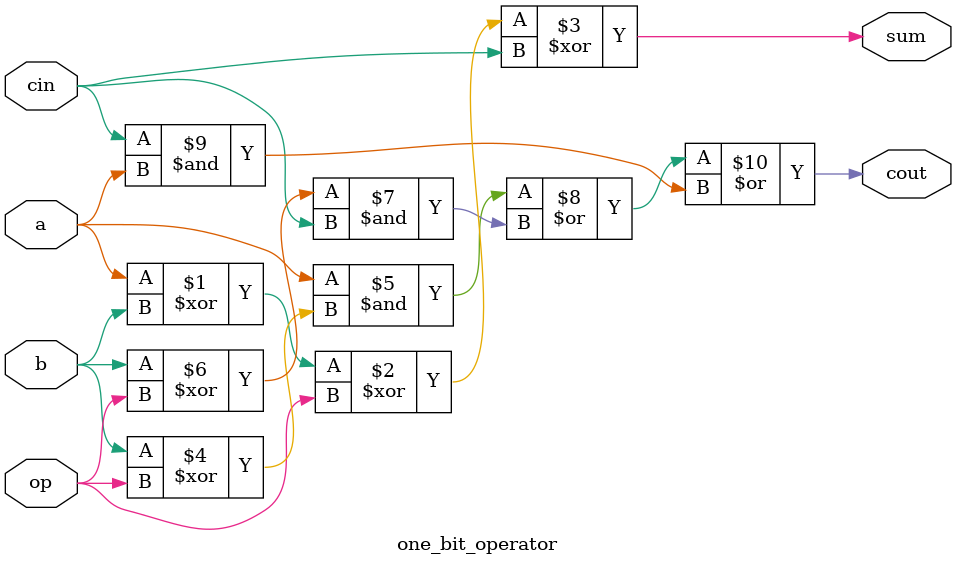
<source format=v>
`timescale 1ns / 1ps
module one_bit_operator(a,b,op,sum,cout,cin);
input a,b,op,cin;
output sum,cout;
wire sum,cout;
assign sum=(a^b^op^cin);
assign cout = (a & (b^op)) | ((b^op) & cin) | (cin & a);
endmodule

</source>
